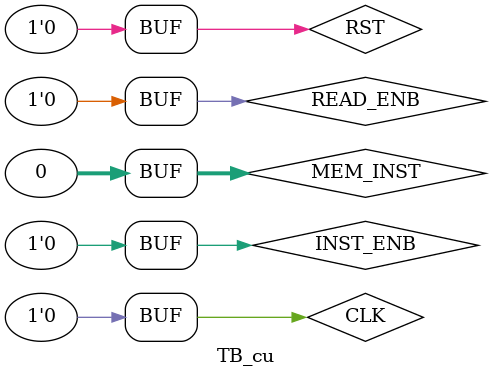
<source format=v>
`timescale 1ns / 1ps


module TB_cu;

	// Inputs
	reg [31:0] MEM_INST;
	reg INST_ENB;
	reg READ_ENB;
	reg CLK;
	reg RST;

	// Outputs
	wire [4:0] RS1_ADR;
	wire [4:0] RS2_ADR;
	wire [4:0] REG_ADR;
	wire PC_CLK;
	wire [3:0] ALU_OPT;
	wire [2:0] BR_OPT;
	wire [2:0] LSU_OPT;
	wire WRITE_ENB;
	wire MEM_WRITE_ENB;
	wire GLOBAL_RESET;
	wire [2:0] IMM_TYPE;
	wire [2:0] RS1_MUX_SELECT;
	wire [2:0] RS2_MUX_SELECT;
	wire [2:0] REG_MUX_SELECT;
	wire [2:0] LSU_MUX_SELECT;
	wire [2:0] PC_MUX_SELECT;

	// Instantiate the Unit Under Test (UUT)
	cu uut (
		.MEM_INST(MEM_INST), 
		.INST_ENB(INST_ENB), 
		.READ_ENB(READ_ENB), 
		.CLK(CLK), 
		.RST(RST), 
		.RS1_ADR(RS1_ADR), 
		.RS2_ADR(RS2_ADR), 
		.REG_ADR(REG_ADR), 
		.PC_CLK(PC_CLK), 
		.ALU_OPT(ALU_OPT), 
		.BR_OPT(BR_OPT), 
		.LSU_OPT(LSU_OPT), 
		.WRITE_ENB(WRITE_ENB), 
		.MEM_WRITE_ENB(MEM_WRITE_ENB), 
		.GLOBAL_RESET(GLOBAL_RESET), 
		.IMM_TYPE(IMM_TYPE), 
		.RS1_MUX_SELECT(RS1_MUX_SELECT), 
		.RS2_MUX_SELECT(RS2_MUX_SELECT), 
		.REG_MUX_SELECT(REG_MUX_SELECT), 
		.LSU_MUX_SELECT(LSU_MUX_SELECT), 
		.PC_MUX_SELECT(PC_MUX_SELECT)
	);

	initial begin
		// Initialize Inputs
		MEM_INST = 0;
		INST_ENB = 0;
		READ_ENB = 0;
		CLK = 0;
		RST = 0;

		// Wait 100 ns for global reset to finish
		#100;
        
		// Add stimulus here

	end
      
endmodule


</source>
